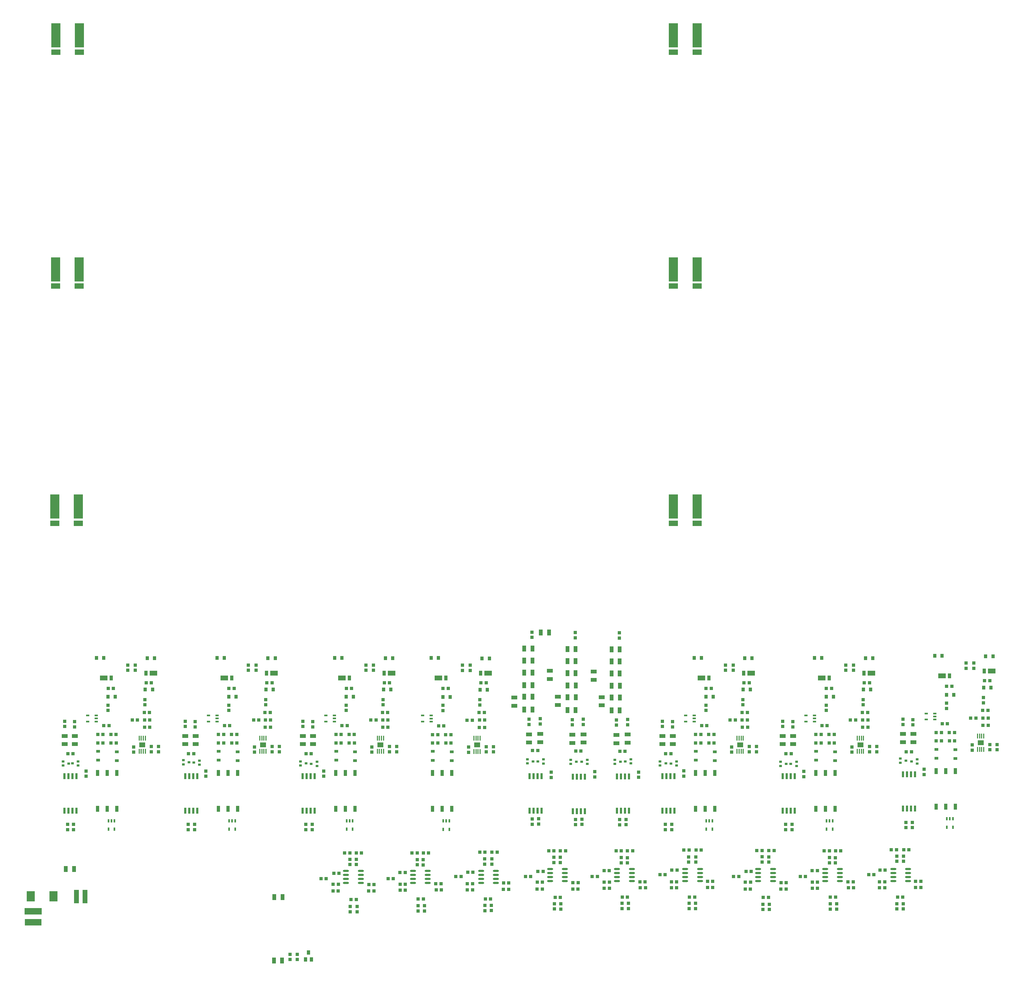
<source format=gtp>
G04 Layer_Color=8421504*
%FSLAX25Y25*%
%MOIN*%
G70*
G01*
G75*
%ADD10O,0.07480X0.02362*%
%ADD11R,0.07480X0.04724*%
%ADD12R,0.04724X0.07480*%
%ADD13R,0.04331X0.04331*%
%ADD14R,0.04331X0.04331*%
%ADD15R,0.03543X0.02756*%
%ADD16R,0.10236X0.12598*%
%ADD17R,0.20866X0.07874*%
%ADD18R,0.21654X0.07874*%
%ADD19R,0.06299X0.16929*%
%ADD20R,0.03937X0.05512*%
%ADD21R,0.01575X0.06299*%
%ADD22R,0.07441X0.06181*%
%ADD23R,0.02362X0.04331*%
%ADD24R,0.04331X0.02362*%
%ADD25R,0.02520X0.07500*%
%ADD26R,0.04488X0.07480*%
%ADD27R,0.11614X0.30000*%
%ADD28R,0.11614X0.06614*%
%ADD29R,0.04134X0.05905*%
%ADD30R,0.09449X0.05905*%
%ADD31R,0.04331X0.05118*%
%ADD32R,0.04803X0.03583*%
D10*
X496256Y121500D02*
D03*
Y126500D02*
D03*
Y131500D02*
D03*
Y136500D02*
D03*
X477752Y121500D02*
D03*
Y126500D02*
D03*
Y131500D02*
D03*
Y136500D02*
D03*
X579756Y121500D02*
D03*
Y126500D02*
D03*
Y131500D02*
D03*
Y136500D02*
D03*
X561252Y121500D02*
D03*
Y126500D02*
D03*
Y131500D02*
D03*
Y136500D02*
D03*
X664756Y121500D02*
D03*
Y126500D02*
D03*
Y131500D02*
D03*
Y136500D02*
D03*
X646252Y121500D02*
D03*
Y126500D02*
D03*
Y131500D02*
D03*
Y136500D02*
D03*
X750752Y124000D02*
D03*
Y129000D02*
D03*
Y134000D02*
D03*
Y139000D02*
D03*
X732248Y124000D02*
D03*
Y129000D02*
D03*
Y134000D02*
D03*
Y139000D02*
D03*
X834252Y124000D02*
D03*
Y129000D02*
D03*
Y134000D02*
D03*
Y139000D02*
D03*
X815748Y124000D02*
D03*
Y129000D02*
D03*
Y134000D02*
D03*
Y139000D02*
D03*
X900748D02*
D03*
Y134000D02*
D03*
Y129000D02*
D03*
Y124000D02*
D03*
X919252Y139000D02*
D03*
Y134000D02*
D03*
Y129000D02*
D03*
Y124000D02*
D03*
X991748Y139000D02*
D03*
Y134000D02*
D03*
Y129000D02*
D03*
Y124000D02*
D03*
X1010252Y139000D02*
D03*
Y134000D02*
D03*
Y129000D02*
D03*
Y124000D02*
D03*
X1075248Y139000D02*
D03*
Y134000D02*
D03*
Y129000D02*
D03*
Y124000D02*
D03*
X1093752Y139000D02*
D03*
Y134000D02*
D03*
Y129000D02*
D03*
Y124000D02*
D03*
X1160248Y139000D02*
D03*
Y134000D02*
D03*
Y129000D02*
D03*
Y124000D02*
D03*
X1178752Y139000D02*
D03*
Y134000D02*
D03*
Y129000D02*
D03*
Y124000D02*
D03*
D11*
X687500Y352500D02*
D03*
Y342264D02*
D03*
X732000Y375764D02*
D03*
Y386000D02*
D03*
X796500Y353118D02*
D03*
Y342882D02*
D03*
X742000Y353618D02*
D03*
Y343382D02*
D03*
X786500Y374764D02*
D03*
Y385000D02*
D03*
X423900Y294496D02*
D03*
Y304732D02*
D03*
X436700Y294496D02*
D03*
Y304732D02*
D03*
X277372Y294496D02*
D03*
Y304732D02*
D03*
X290172Y294496D02*
D03*
Y304732D02*
D03*
X126872Y294496D02*
D03*
Y304732D02*
D03*
X139672Y294496D02*
D03*
Y304732D02*
D03*
X815000Y295748D02*
D03*
Y305984D02*
D03*
X829000Y296248D02*
D03*
Y306484D02*
D03*
X759996Y295996D02*
D03*
Y306232D02*
D03*
X773996Y296496D02*
D03*
Y306732D02*
D03*
X706118Y296500D02*
D03*
Y306736D02*
D03*
X720118Y297000D02*
D03*
Y307236D02*
D03*
X1172372Y296996D02*
D03*
Y307232D02*
D03*
X1185172Y296996D02*
D03*
Y307232D02*
D03*
X872400Y294496D02*
D03*
Y304732D02*
D03*
X885200Y294496D02*
D03*
Y304732D02*
D03*
X1022400Y294496D02*
D03*
Y304732D02*
D03*
X1035200Y294496D02*
D03*
Y304732D02*
D03*
D12*
X731000Y433500D02*
D03*
X720764D02*
D03*
X398118Y25000D02*
D03*
X387882D02*
D03*
X398500Y104000D02*
D03*
X388264D02*
D03*
X128382Y139000D02*
D03*
X138618D02*
D03*
X819236Y367248D02*
D03*
X809000D02*
D03*
X808882Y382748D02*
D03*
X819118D02*
D03*
Y336748D02*
D03*
X808882D02*
D03*
X819236Y352748D02*
D03*
X809000D02*
D03*
X819118Y397748D02*
D03*
X808882D02*
D03*
Y412748D02*
D03*
X819118D02*
D03*
X764232Y367496D02*
D03*
X753996D02*
D03*
X753878Y382996D02*
D03*
X764114D02*
D03*
Y336996D02*
D03*
X753878D02*
D03*
X764232Y352996D02*
D03*
X753996D02*
D03*
X764114Y397996D02*
D03*
X753878D02*
D03*
Y412996D02*
D03*
X764114D02*
D03*
X710354Y368000D02*
D03*
X700118D02*
D03*
X700000Y383500D02*
D03*
X710236D02*
D03*
Y337500D02*
D03*
X700000D02*
D03*
X710354Y353500D02*
D03*
X700118D02*
D03*
X710236Y398500D02*
D03*
X700000D02*
D03*
Y413500D02*
D03*
X710236D02*
D03*
D13*
X1164500Y95748D02*
D03*
Y89252D02*
D03*
X1172500Y95748D02*
D03*
Y89252D02*
D03*
X1089500Y95496D02*
D03*
Y89000D02*
D03*
X1081500Y95496D02*
D03*
Y89000D02*
D03*
X1005500Y94996D02*
D03*
Y88500D02*
D03*
X913500Y96248D02*
D03*
Y89752D02*
D03*
X905500Y96248D02*
D03*
Y89752D02*
D03*
X830000Y96248D02*
D03*
Y89752D02*
D03*
X822000Y96248D02*
D03*
Y89752D02*
D03*
X745500Y95500D02*
D03*
Y89004D02*
D03*
X737500Y95748D02*
D03*
Y89252D02*
D03*
X997500Y94996D02*
D03*
Y88500D02*
D03*
X659000Y93748D02*
D03*
Y87252D02*
D03*
X651000Y93500D02*
D03*
Y87004D02*
D03*
X575500Y93248D02*
D03*
Y86752D02*
D03*
X567500Y93248D02*
D03*
Y86752D02*
D03*
X491500Y92248D02*
D03*
Y85752D02*
D03*
X483000Y92248D02*
D03*
Y85752D02*
D03*
X720000Y326248D02*
D03*
Y319752D02*
D03*
X773500Y325496D02*
D03*
Y319000D02*
D03*
X829000Y325248D02*
D03*
Y318752D02*
D03*
X650504Y151496D02*
D03*
Y145000D02*
D03*
X659504Y151496D02*
D03*
Y145000D02*
D03*
X566504Y150748D02*
D03*
Y144252D02*
D03*
X574004Y150496D02*
D03*
Y144000D02*
D03*
X482504Y150996D02*
D03*
Y144500D02*
D03*
X490504Y150996D02*
D03*
Y144500D02*
D03*
X1164500Y155000D02*
D03*
Y148504D02*
D03*
X905000Y153996D02*
D03*
Y147500D02*
D03*
X1173000Y155000D02*
D03*
Y148504D02*
D03*
X914000Y153996D02*
D03*
Y147500D02*
D03*
X1080500Y153248D02*
D03*
Y146752D02*
D03*
X821000Y153248D02*
D03*
Y146752D02*
D03*
X1088000Y152996D02*
D03*
Y146500D02*
D03*
X828500Y152996D02*
D03*
Y146500D02*
D03*
X996500Y154248D02*
D03*
Y147752D02*
D03*
X737000Y153496D02*
D03*
Y147000D02*
D03*
X1005000Y153996D02*
D03*
Y147500D02*
D03*
X745000Y153496D02*
D03*
Y147000D02*
D03*
X512028Y393000D02*
D03*
Y386504D02*
D03*
X502528Y392996D02*
D03*
Y386500D02*
D03*
X427500Y188000D02*
D03*
Y194496D02*
D03*
X435500Y188000D02*
D03*
Y194496D02*
D03*
X450000Y254504D02*
D03*
Y261000D02*
D03*
X365500Y393000D02*
D03*
Y386504D02*
D03*
X356000Y392996D02*
D03*
Y386500D02*
D03*
X280972Y188000D02*
D03*
Y194496D02*
D03*
X288972Y188000D02*
D03*
Y194496D02*
D03*
X302972Y254496D02*
D03*
Y260992D02*
D03*
X215000Y393000D02*
D03*
Y386504D02*
D03*
X205500Y392996D02*
D03*
Y386500D02*
D03*
X130472Y188000D02*
D03*
Y194496D02*
D03*
X138000Y188000D02*
D03*
Y194496D02*
D03*
X153500Y254504D02*
D03*
Y261000D02*
D03*
X815000Y324748D02*
D03*
Y318252D02*
D03*
X818882Y194000D02*
D03*
Y200496D02*
D03*
X827000Y194248D02*
D03*
Y200744D02*
D03*
X842500Y253252D02*
D03*
Y259748D02*
D03*
X759996Y324996D02*
D03*
Y318500D02*
D03*
X763878Y194248D02*
D03*
Y200744D02*
D03*
X771996Y194496D02*
D03*
Y200992D02*
D03*
X788000Y253752D02*
D03*
Y260248D02*
D03*
X706118Y325500D02*
D03*
Y319004D02*
D03*
X710000Y194752D02*
D03*
Y201248D02*
D03*
X718118Y195000D02*
D03*
Y201496D02*
D03*
X733500Y253000D02*
D03*
Y259496D02*
D03*
X632500Y392972D02*
D03*
Y386476D02*
D03*
X623000Y392969D02*
D03*
Y386472D02*
D03*
X1260500Y395500D02*
D03*
Y389004D02*
D03*
X1251000Y395496D02*
D03*
Y389000D02*
D03*
X1175972Y190500D02*
D03*
Y196996D02*
D03*
X1183972Y190500D02*
D03*
Y196996D02*
D03*
X1198500Y256752D02*
D03*
Y263248D02*
D03*
X960528Y393000D02*
D03*
Y386504D02*
D03*
X951028Y392996D02*
D03*
Y386500D02*
D03*
X876000Y188000D02*
D03*
Y194496D02*
D03*
X884000Y188000D02*
D03*
Y194496D02*
D03*
X899000Y254752D02*
D03*
Y261248D02*
D03*
X1110528Y393000D02*
D03*
Y386504D02*
D03*
X1101028Y392996D02*
D03*
Y386500D02*
D03*
X1026000Y188000D02*
D03*
Y194496D02*
D03*
X1034000Y188000D02*
D03*
Y194496D02*
D03*
X1048500Y254000D02*
D03*
Y260496D02*
D03*
X524028Y349996D02*
D03*
Y343500D02*
D03*
X478028Y342996D02*
D03*
Y336500D02*
D03*
X423900Y316496D02*
D03*
Y322992D02*
D03*
X436300Y316096D02*
D03*
Y322592D02*
D03*
X377500Y349996D02*
D03*
Y343500D02*
D03*
X331500Y342996D02*
D03*
Y336500D02*
D03*
X277372Y316496D02*
D03*
Y322992D02*
D03*
X289772Y316096D02*
D03*
Y322592D02*
D03*
X227000Y349996D02*
D03*
Y343500D02*
D03*
X181000Y342996D02*
D03*
Y336500D02*
D03*
X126872Y316496D02*
D03*
Y322992D02*
D03*
X139272Y316096D02*
D03*
Y322592D02*
D03*
X818500Y426752D02*
D03*
Y433248D02*
D03*
X763496Y427000D02*
D03*
Y433496D02*
D03*
X709618Y427504D02*
D03*
Y434000D02*
D03*
X644500Y349969D02*
D03*
Y343472D02*
D03*
X598500Y342969D02*
D03*
Y336472D02*
D03*
X1272500Y352496D02*
D03*
Y346000D02*
D03*
X1226500Y345496D02*
D03*
Y339000D02*
D03*
X1172372Y318996D02*
D03*
Y325492D02*
D03*
X1184772Y318596D02*
D03*
Y325092D02*
D03*
X972528Y349996D02*
D03*
Y343500D02*
D03*
X926528Y342996D02*
D03*
Y336500D02*
D03*
X872400Y316496D02*
D03*
Y322992D02*
D03*
X884800Y316096D02*
D03*
Y322592D02*
D03*
X1122528Y349996D02*
D03*
Y343500D02*
D03*
X1076528Y342996D02*
D03*
Y336500D02*
D03*
X1022400Y316496D02*
D03*
Y322992D02*
D03*
X1034800Y316096D02*
D03*
Y322592D02*
D03*
X408000Y26252D02*
D03*
Y32748D02*
D03*
X417000Y26252D02*
D03*
Y32748D02*
D03*
X510028Y284500D02*
D03*
Y290996D02*
D03*
X541028Y285004D02*
D03*
Y291500D02*
D03*
X532028Y285000D02*
D03*
Y291496D02*
D03*
X363500Y284500D02*
D03*
Y290996D02*
D03*
X394500Y285004D02*
D03*
Y291500D02*
D03*
X385500Y285000D02*
D03*
Y291496D02*
D03*
X213000Y284500D02*
D03*
Y290996D02*
D03*
X244000Y285004D02*
D03*
Y291500D02*
D03*
X235000Y285000D02*
D03*
Y291496D02*
D03*
X630500Y284472D02*
D03*
Y290968D02*
D03*
X661500Y284976D02*
D03*
Y291472D02*
D03*
X652500Y284972D02*
D03*
Y291469D02*
D03*
X1258500Y287000D02*
D03*
Y293496D02*
D03*
X1289500Y287504D02*
D03*
Y294000D02*
D03*
X1280500Y287500D02*
D03*
Y293996D02*
D03*
X958528Y284500D02*
D03*
Y290996D02*
D03*
X989528Y285004D02*
D03*
Y291500D02*
D03*
X980528Y285000D02*
D03*
Y291496D02*
D03*
X1108528Y284500D02*
D03*
Y290996D02*
D03*
X1139528Y285004D02*
D03*
Y291500D02*
D03*
X1130528Y285000D02*
D03*
Y291496D02*
D03*
D14*
X680748Y121500D02*
D03*
X674252D02*
D03*
X650748Y324500D02*
D03*
X644252D02*
D03*
X629008Y120500D02*
D03*
X635504D02*
D03*
X644508Y160000D02*
D03*
X651004D02*
D03*
X651504Y101500D02*
D03*
X658000D02*
D03*
X666252Y160000D02*
D03*
X659756D02*
D03*
X621252Y129500D02*
D03*
X614756D02*
D03*
X545256Y120000D02*
D03*
X551752D02*
D03*
X560008Y159000D02*
D03*
X566504D02*
D03*
X567756Y101500D02*
D03*
X574252D02*
D03*
X580752Y159000D02*
D03*
X574256D02*
D03*
X536752Y127000D02*
D03*
X530256D02*
D03*
X596252Y120500D02*
D03*
X589756D02*
D03*
X461756Y120000D02*
D03*
X468252D02*
D03*
X476008Y159000D02*
D03*
X482504D02*
D03*
X484008Y101000D02*
D03*
X490504D02*
D03*
X497004Y159000D02*
D03*
X490508D02*
D03*
X453000Y127000D02*
D03*
X446504D02*
D03*
X512752Y119500D02*
D03*
X506256D02*
D03*
X1143004Y123000D02*
D03*
X1149500D02*
D03*
X1157752Y163000D02*
D03*
X1164248D02*
D03*
X883504Y123000D02*
D03*
X890000D02*
D03*
X899004Y162500D02*
D03*
X905500D02*
D03*
X1165500Y104000D02*
D03*
X1171996D02*
D03*
X906000D02*
D03*
X912496D02*
D03*
X1179748Y163000D02*
D03*
X1173252D02*
D03*
X920748Y162500D02*
D03*
X914252D02*
D03*
X1135996Y132000D02*
D03*
X1129500D02*
D03*
X875748D02*
D03*
X869252D02*
D03*
X1194496Y123500D02*
D03*
X1188000D02*
D03*
X934996D02*
D03*
X928500D02*
D03*
X1059252Y122500D02*
D03*
X1065748D02*
D03*
X1074004Y161500D02*
D03*
X1080500D02*
D03*
X799752Y122500D02*
D03*
X806248D02*
D03*
X814504Y161500D02*
D03*
X821000D02*
D03*
X1081752Y104000D02*
D03*
X1088248D02*
D03*
X822252D02*
D03*
X828748D02*
D03*
X1094748Y161500D02*
D03*
X1088252D02*
D03*
X835248D02*
D03*
X828752D02*
D03*
X1050748Y129500D02*
D03*
X1044252D02*
D03*
X791248D02*
D03*
X784752D02*
D03*
X1110248Y123000D02*
D03*
X1103752D02*
D03*
X850748D02*
D03*
X844252D02*
D03*
X975752Y122500D02*
D03*
X982248D02*
D03*
X990004Y162000D02*
D03*
X996500D02*
D03*
X716252Y122500D02*
D03*
X722748D02*
D03*
X730504Y161500D02*
D03*
X737000D02*
D03*
X998004Y103500D02*
D03*
X1004500D02*
D03*
X738504D02*
D03*
X745000D02*
D03*
X1011496Y162000D02*
D03*
X1005000D02*
D03*
X751500Y161500D02*
D03*
X745004D02*
D03*
X967496Y129500D02*
D03*
X961000D02*
D03*
X707996D02*
D03*
X701500D02*
D03*
X1026748Y122000D02*
D03*
X1020252D02*
D03*
X767248D02*
D03*
X760752D02*
D03*
X368996Y324500D02*
D03*
X362500D02*
D03*
X383748D02*
D03*
X377252D02*
D03*
X515248D02*
D03*
X508752D02*
D03*
X217748D02*
D03*
X211252D02*
D03*
X530028Y324496D02*
D03*
X523531D02*
D03*
X232996Y324500D02*
D03*
X226500D02*
D03*
X635248Y324472D02*
D03*
X628752D02*
D03*
X1263248Y327000D02*
D03*
X1256752D02*
D03*
X1278496D02*
D03*
X1272000D02*
D03*
X1113248Y324500D02*
D03*
X1106752D02*
D03*
X1128524D02*
D03*
X1122028D02*
D03*
X963276D02*
D03*
X956779D02*
D03*
X978248D02*
D03*
X971752D02*
D03*
X629008Y113000D02*
D03*
X635504D02*
D03*
X636004Y135000D02*
D03*
X629508D02*
D03*
X680500Y113500D02*
D03*
X674004D02*
D03*
X545256Y112500D02*
D03*
X551752D02*
D03*
X551504Y134500D02*
D03*
X545008D02*
D03*
X596752Y113000D02*
D03*
X590256D02*
D03*
X461508Y111500D02*
D03*
X468004D02*
D03*
X469004Y133500D02*
D03*
X462508D02*
D03*
X512500Y111500D02*
D03*
X506004D02*
D03*
X1143004Y115500D02*
D03*
X1149500D02*
D03*
X883504D02*
D03*
X890000D02*
D03*
X1150000Y137500D02*
D03*
X1143504D02*
D03*
X890500D02*
D03*
X884004D02*
D03*
X1194496Y116000D02*
D03*
X1188000D02*
D03*
X934996D02*
D03*
X928500D02*
D03*
X1059252Y115000D02*
D03*
X1065748D02*
D03*
X799752D02*
D03*
X806248D02*
D03*
X1065500Y137000D02*
D03*
X1059004D02*
D03*
X806000D02*
D03*
X799504D02*
D03*
X1110748Y115500D02*
D03*
X1104252D02*
D03*
X851248D02*
D03*
X844752D02*
D03*
X975504Y114000D02*
D03*
X982000D02*
D03*
X716004D02*
D03*
X722500D02*
D03*
X983000Y136000D02*
D03*
X976504D02*
D03*
X723500D02*
D03*
X717004D02*
D03*
X1026496Y114000D02*
D03*
X1020000D02*
D03*
X766996D02*
D03*
X760500D02*
D03*
X529776Y334000D02*
D03*
X523279D02*
D03*
X525531Y371000D02*
D03*
X532028D02*
D03*
X523531Y315500D02*
D03*
X530028D02*
D03*
X481531Y306500D02*
D03*
X488028D02*
D03*
X481779Y296000D02*
D03*
X488276D02*
D03*
X478279Y364000D02*
D03*
X484776D02*
D03*
X479276Y317500D02*
D03*
X472780D02*
D03*
X465279Y306500D02*
D03*
X471776D02*
D03*
X465279Y296000D02*
D03*
X471776D02*
D03*
X427852Y282496D02*
D03*
X434348D02*
D03*
X383248Y334000D02*
D03*
X376752D02*
D03*
X379004Y371000D02*
D03*
X385500D02*
D03*
X377004Y315500D02*
D03*
X383500D02*
D03*
X335004Y306500D02*
D03*
X341500D02*
D03*
X335252Y296000D02*
D03*
X341748D02*
D03*
X331752Y364000D02*
D03*
X338248D02*
D03*
X332748Y317500D02*
D03*
X326252D02*
D03*
X318752Y306500D02*
D03*
X325248D02*
D03*
X318752Y296000D02*
D03*
X325248D02*
D03*
X281324Y282496D02*
D03*
X287821D02*
D03*
X232748Y334000D02*
D03*
X226252D02*
D03*
X228504Y371000D02*
D03*
X235000D02*
D03*
X226504Y315500D02*
D03*
X233000D02*
D03*
X184504Y306500D02*
D03*
X191000D02*
D03*
X184752Y296000D02*
D03*
X191248D02*
D03*
X181252Y364000D02*
D03*
X187748D02*
D03*
X182248Y317500D02*
D03*
X175752D02*
D03*
X168252Y306500D02*
D03*
X174748D02*
D03*
X168252Y296000D02*
D03*
X174748D02*
D03*
X130824Y282496D02*
D03*
X137320D02*
D03*
X819252Y285748D02*
D03*
X825748D02*
D03*
X764248Y285996D02*
D03*
X770744D02*
D03*
X710370Y286500D02*
D03*
X716866D02*
D03*
X650248Y333972D02*
D03*
X643752D02*
D03*
X646004Y370972D02*
D03*
X652500D02*
D03*
X644004Y315472D02*
D03*
X650500D02*
D03*
X602004Y306472D02*
D03*
X608500D02*
D03*
X602252Y295972D02*
D03*
X608748D02*
D03*
X598752Y363972D02*
D03*
X605248D02*
D03*
X599748Y317472D02*
D03*
X593252D02*
D03*
X585752Y306472D02*
D03*
X592248D02*
D03*
X585752Y295972D02*
D03*
X592248D02*
D03*
X1278248Y336500D02*
D03*
X1271752D02*
D03*
X1274004Y373500D02*
D03*
X1280500D02*
D03*
X1272004Y318000D02*
D03*
X1278500D02*
D03*
X1230004Y309000D02*
D03*
X1236500D02*
D03*
X1230252Y298500D02*
D03*
X1236748D02*
D03*
X1226752Y366500D02*
D03*
X1233248D02*
D03*
X1227748Y320000D02*
D03*
X1221252D02*
D03*
X1213752Y309000D02*
D03*
X1220248D02*
D03*
X1213752Y298500D02*
D03*
X1220248D02*
D03*
X1176324Y284996D02*
D03*
X1182821D02*
D03*
X978276Y334000D02*
D03*
X971780D02*
D03*
X974032Y371000D02*
D03*
X980528D02*
D03*
X972031Y315500D02*
D03*
X978528D02*
D03*
X930031Y306500D02*
D03*
X936528D02*
D03*
X930280Y296000D02*
D03*
X936776D02*
D03*
X926779Y364000D02*
D03*
X933276D02*
D03*
X927776Y317500D02*
D03*
X921280D02*
D03*
X913780Y306500D02*
D03*
X920276D02*
D03*
X913780Y296000D02*
D03*
X920276D02*
D03*
X876352Y282496D02*
D03*
X882848D02*
D03*
X1128276Y334000D02*
D03*
X1121780D02*
D03*
X1124032Y371000D02*
D03*
X1130528D02*
D03*
X1122031Y315500D02*
D03*
X1128528D02*
D03*
X1080031Y306500D02*
D03*
X1086528D02*
D03*
X1080280Y296000D02*
D03*
X1086776D02*
D03*
X1076779Y364000D02*
D03*
X1083276D02*
D03*
X1077776Y317500D02*
D03*
X1071280D02*
D03*
X1063780Y306500D02*
D03*
X1070276D02*
D03*
X1063780Y296000D02*
D03*
X1070276D02*
D03*
X1026352Y282496D02*
D03*
X1032848D02*
D03*
D15*
X420913Y267941D02*
D03*
Y273059D02*
D03*
X428000Y270500D02*
D03*
X869413Y267941D02*
D03*
Y273059D02*
D03*
X876500Y270500D02*
D03*
X441500Y272500D02*
D03*
Y267382D02*
D03*
X434413Y269941D02*
D03*
X274913Y269441D02*
D03*
Y274559D02*
D03*
X282000Y272000D02*
D03*
X295087Y274059D02*
D03*
Y268941D02*
D03*
X288000Y271500D02*
D03*
X125000Y267882D02*
D03*
Y273000D02*
D03*
X132087Y270441D02*
D03*
X143759Y273059D02*
D03*
Y267941D02*
D03*
X136672Y270500D02*
D03*
X812913Y269941D02*
D03*
Y275059D02*
D03*
X820000Y272500D02*
D03*
X833000Y275618D02*
D03*
Y270500D02*
D03*
X825913Y273059D02*
D03*
X757913Y269941D02*
D03*
Y275059D02*
D03*
X765000Y272500D02*
D03*
X778587Y275059D02*
D03*
Y269941D02*
D03*
X771500Y272500D02*
D03*
X704000Y270500D02*
D03*
Y275618D02*
D03*
X711087Y273059D02*
D03*
X724000Y275500D02*
D03*
Y270382D02*
D03*
X716913Y272941D02*
D03*
X1169000Y271382D02*
D03*
Y276500D02*
D03*
X1176087Y273941D02*
D03*
X1190000Y275500D02*
D03*
Y270382D02*
D03*
X1182913Y272941D02*
D03*
X890000Y273000D02*
D03*
Y267882D02*
D03*
X882913Y270441D02*
D03*
X1019500Y267382D02*
D03*
Y272500D02*
D03*
X1026587Y269941D02*
D03*
X1039500Y272500D02*
D03*
Y267382D02*
D03*
X1032413Y269941D02*
D03*
D16*
X112847Y105000D02*
D03*
X84500D02*
D03*
D17*
X87500Y72500D02*
D03*
D18*
Y86279D02*
D03*
D19*
X152130Y104500D02*
D03*
X141500D02*
D03*
D20*
X434740Y26169D02*
D03*
X427260D02*
D03*
X431000Y34831D02*
D03*
D21*
X524528Y285500D02*
D03*
X521969D02*
D03*
X519410D02*
D03*
X516850D02*
D03*
Y302035D02*
D03*
X519410D02*
D03*
X521969D02*
D03*
X524528D02*
D03*
X378000Y285500D02*
D03*
X375441D02*
D03*
X372882D02*
D03*
X370323D02*
D03*
Y302035D02*
D03*
X372882D02*
D03*
X375441D02*
D03*
X378000D02*
D03*
X227500Y285500D02*
D03*
X224941D02*
D03*
X222382D02*
D03*
X219823D02*
D03*
Y302035D02*
D03*
X222382D02*
D03*
X224941D02*
D03*
X227500D02*
D03*
X645000Y285472D02*
D03*
X642441D02*
D03*
X639882D02*
D03*
X637323D02*
D03*
Y302008D02*
D03*
X639882D02*
D03*
X642441D02*
D03*
X645000D02*
D03*
X1273000Y288000D02*
D03*
X1270441D02*
D03*
X1267882D02*
D03*
X1265323D02*
D03*
Y304535D02*
D03*
X1267882D02*
D03*
X1270441D02*
D03*
X1273000D02*
D03*
X973028Y285500D02*
D03*
X970469D02*
D03*
X967909D02*
D03*
X965350D02*
D03*
Y302035D02*
D03*
X967909D02*
D03*
X970469D02*
D03*
X973028D02*
D03*
X1123028Y285500D02*
D03*
X1120469D02*
D03*
X1117909D02*
D03*
X1115350D02*
D03*
Y302035D02*
D03*
X1117909D02*
D03*
X1120469D02*
D03*
X1123028D02*
D03*
D22*
X520689Y293768D02*
D03*
X374161D02*
D03*
X223661D02*
D03*
X641161Y293740D02*
D03*
X1269161Y296268D02*
D03*
X969189Y293768D02*
D03*
X1119189D02*
D03*
D23*
X478547Y199130D02*
D03*
X482287D02*
D03*
X486028D02*
D03*
Y188500D02*
D03*
X478547D02*
D03*
X332020Y199130D02*
D03*
X335760D02*
D03*
X339500D02*
D03*
Y188500D02*
D03*
X332020D02*
D03*
X181520Y199130D02*
D03*
X185260D02*
D03*
X189000D02*
D03*
Y188500D02*
D03*
X181520D02*
D03*
X599020Y199102D02*
D03*
X602760D02*
D03*
X606500D02*
D03*
Y188472D02*
D03*
X599020D02*
D03*
X1227020Y201630D02*
D03*
X1230760D02*
D03*
X1234500D02*
D03*
Y191000D02*
D03*
X1227020D02*
D03*
X927047Y199130D02*
D03*
X930787D02*
D03*
X934528D02*
D03*
Y188500D02*
D03*
X927047D02*
D03*
X1077047Y199130D02*
D03*
X1080787D02*
D03*
X1084528D02*
D03*
Y188500D02*
D03*
X1077047D02*
D03*
D24*
X463343Y330240D02*
D03*
Y326500D02*
D03*
Y322760D02*
D03*
X452713D02*
D03*
Y330240D02*
D03*
X316815D02*
D03*
Y326500D02*
D03*
Y322760D02*
D03*
X306185D02*
D03*
Y330240D02*
D03*
X166315D02*
D03*
Y326500D02*
D03*
Y322760D02*
D03*
X155685D02*
D03*
Y330240D02*
D03*
X583815Y330213D02*
D03*
Y326472D02*
D03*
Y322732D02*
D03*
X573185D02*
D03*
Y330213D02*
D03*
X1211815Y332740D02*
D03*
Y329000D02*
D03*
Y325260D02*
D03*
X1201185D02*
D03*
Y332740D02*
D03*
X911843Y330240D02*
D03*
Y326500D02*
D03*
Y322760D02*
D03*
X901213D02*
D03*
Y330240D02*
D03*
X1061843D02*
D03*
Y326500D02*
D03*
Y322760D02*
D03*
X1051213D02*
D03*
Y330240D02*
D03*
D25*
X438700Y211696D02*
D03*
X423700D02*
D03*
X428700D02*
D03*
X433700D02*
D03*
X423700Y254609D02*
D03*
X428700D02*
D03*
X433700D02*
D03*
X438700D02*
D03*
X292172Y211696D02*
D03*
X277172D02*
D03*
X282172D02*
D03*
X287172D02*
D03*
X277172Y254609D02*
D03*
X282172D02*
D03*
X287172D02*
D03*
X292172D02*
D03*
X141672Y211696D02*
D03*
X126672D02*
D03*
X131672D02*
D03*
X136672D02*
D03*
X126672Y254609D02*
D03*
X131672D02*
D03*
X136672D02*
D03*
X141672D02*
D03*
X830500Y211500D02*
D03*
X815500D02*
D03*
X820500D02*
D03*
X825500D02*
D03*
X815500Y254413D02*
D03*
X820500D02*
D03*
X825500D02*
D03*
X830500D02*
D03*
X775496Y211083D02*
D03*
X760496D02*
D03*
X765496D02*
D03*
X770496D02*
D03*
X760496Y253996D02*
D03*
X765496D02*
D03*
X770496D02*
D03*
X775496D02*
D03*
X721618Y211587D02*
D03*
X706618D02*
D03*
X711618D02*
D03*
X716618D02*
D03*
X706618Y254500D02*
D03*
X711618D02*
D03*
X716618D02*
D03*
X721618D02*
D03*
X1187172Y214196D02*
D03*
X1172172D02*
D03*
X1177172D02*
D03*
X1182172D02*
D03*
X1172172Y257109D02*
D03*
X1177172D02*
D03*
X1182172D02*
D03*
X1187172D02*
D03*
X887200Y211696D02*
D03*
X872200D02*
D03*
X877200D02*
D03*
X882200D02*
D03*
X872200Y254609D02*
D03*
X877200D02*
D03*
X882200D02*
D03*
X887200D02*
D03*
X1037200Y211696D02*
D03*
X1022200D02*
D03*
X1027200D02*
D03*
X1032200D02*
D03*
X1022200Y254609D02*
D03*
X1027200D02*
D03*
X1032200D02*
D03*
X1037200D02*
D03*
D26*
X465020Y258528D02*
D03*
X477028D02*
D03*
X489035D02*
D03*
Y214000D02*
D03*
X477028D02*
D03*
X465020D02*
D03*
X318492Y258528D02*
D03*
X330500D02*
D03*
X342508D02*
D03*
Y214000D02*
D03*
X330500D02*
D03*
X318492D02*
D03*
X167992Y258528D02*
D03*
X180000D02*
D03*
X192008D02*
D03*
Y214000D02*
D03*
X180000D02*
D03*
X167992D02*
D03*
X585492Y258500D02*
D03*
X597500D02*
D03*
X609508D02*
D03*
Y213972D02*
D03*
X597500D02*
D03*
X585492D02*
D03*
X1213492Y261028D02*
D03*
X1225500D02*
D03*
X1237508D02*
D03*
Y216500D02*
D03*
X1225500D02*
D03*
X1213492D02*
D03*
X913520Y258528D02*
D03*
X925528D02*
D03*
X937535D02*
D03*
Y214000D02*
D03*
X925528D02*
D03*
X913520D02*
D03*
X1063520Y258528D02*
D03*
X1075528D02*
D03*
X1087535D02*
D03*
Y214000D02*
D03*
X1075528D02*
D03*
X1063520D02*
D03*
D27*
X114591Y590500D02*
D03*
X144000D02*
D03*
X886091D02*
D03*
X915500D02*
D03*
X115591Y886000D02*
D03*
X145000D02*
D03*
X886091D02*
D03*
X915500D02*
D03*
X116000Y1177500D02*
D03*
X145409D02*
D03*
X886091D02*
D03*
X915500D02*
D03*
D28*
X114591Y569791D02*
D03*
X144000D02*
D03*
X886091D02*
D03*
X915500D02*
D03*
X115591Y865291D02*
D03*
X145000D02*
D03*
X886091D02*
D03*
X915500D02*
D03*
X116000Y1156791D02*
D03*
X145409D02*
D03*
X886091D02*
D03*
X915500D02*
D03*
D29*
X525177Y383000D02*
D03*
X481878Y377000D02*
D03*
X378650Y383000D02*
D03*
X335350Y377000D02*
D03*
X228150Y383000D02*
D03*
X184850Y377000D02*
D03*
X645650Y382972D02*
D03*
X602350Y376972D02*
D03*
X1273650Y385500D02*
D03*
X1230350Y379500D02*
D03*
X973677Y383000D02*
D03*
X930378Y377000D02*
D03*
X1123677Y383000D02*
D03*
X1080378Y377000D02*
D03*
D30*
X534528Y383000D02*
D03*
X472528Y377000D02*
D03*
X388000Y383000D02*
D03*
X326000Y377000D02*
D03*
X237500Y383000D02*
D03*
X175500Y377000D02*
D03*
X655000Y382972D02*
D03*
X593000Y376972D02*
D03*
X1283000Y385500D02*
D03*
X1221000Y379500D02*
D03*
X983028Y383000D02*
D03*
X921028Y377000D02*
D03*
X1133028Y383000D02*
D03*
X1071028Y377000D02*
D03*
D31*
X536028Y401500D02*
D03*
X526972D02*
D03*
X472555Y402000D02*
D03*
X463500D02*
D03*
X389500Y401500D02*
D03*
X380445D02*
D03*
X326028Y402000D02*
D03*
X316972D02*
D03*
X239000Y401500D02*
D03*
X229945D02*
D03*
X175528Y402000D02*
D03*
X166472D02*
D03*
X656500Y401472D02*
D03*
X647445D02*
D03*
X593028Y401972D02*
D03*
X583972D02*
D03*
X1284500Y404000D02*
D03*
X1275445D02*
D03*
X1221028Y404500D02*
D03*
X1211972D02*
D03*
X921055Y402000D02*
D03*
X912000D02*
D03*
X1134528Y401500D02*
D03*
X1125472D02*
D03*
X1071055Y402000D02*
D03*
X1062000D02*
D03*
X533528Y362500D02*
D03*
X524472D02*
D03*
X487055Y353500D02*
D03*
X478000D02*
D03*
X387000Y362500D02*
D03*
X377945D02*
D03*
X340528Y353500D02*
D03*
X331472D02*
D03*
X236500Y362500D02*
D03*
X227445D02*
D03*
X190028Y353500D02*
D03*
X180972D02*
D03*
X654000Y362472D02*
D03*
X644945D02*
D03*
X607528Y353472D02*
D03*
X598472D02*
D03*
X1282000Y365000D02*
D03*
X1272945D02*
D03*
X1235528Y356000D02*
D03*
X1226472D02*
D03*
X982028Y362500D02*
D03*
X972972D02*
D03*
X935555Y353500D02*
D03*
X926500D02*
D03*
X1132028Y362500D02*
D03*
X1122972D02*
D03*
X1085555Y353500D02*
D03*
X1076500D02*
D03*
X974972Y401500D02*
D03*
X984028D02*
D03*
D32*
X489028Y285083D02*
D03*
Y274000D02*
D03*
X465528Y274500D02*
D03*
Y285583D02*
D03*
X342500Y285083D02*
D03*
Y274000D02*
D03*
X319000Y274500D02*
D03*
Y285583D02*
D03*
X192000Y285083D02*
D03*
Y274000D02*
D03*
X168500Y274500D02*
D03*
Y285583D02*
D03*
X609500Y285055D02*
D03*
Y273972D02*
D03*
X586000Y274472D02*
D03*
Y285555D02*
D03*
X1237500Y287583D02*
D03*
Y276500D02*
D03*
X1214000Y277000D02*
D03*
Y288083D02*
D03*
X937528Y285083D02*
D03*
Y274000D02*
D03*
X914028Y274500D02*
D03*
Y285583D02*
D03*
X1087528Y285083D02*
D03*
Y274000D02*
D03*
X1064028Y274500D02*
D03*
Y285583D02*
D03*
M02*

</source>
